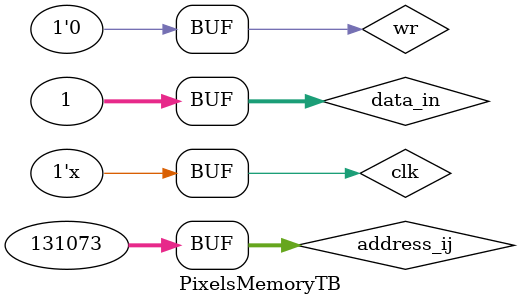
<source format=sv>
module PixelsMemoryTB();
	
	logic clk;
	logic wr;
	logic [31:0] address_ij;
	logic [31:0] data_in;
	logic [31:0] data_out;
	
	PixelsMemory memoria(clk, wr, address_ij, data_in, data_out);
	
	always begin
		#1
		clk = ~clk;
	end
	
	initial begin
		clk = 1;
		data_in = 32'b1;
		address_ij = 32'b00000000000000100000000000000001;
		wr = 1;
		
		#3
		wr = 0;
	end
endmodule
</source>
